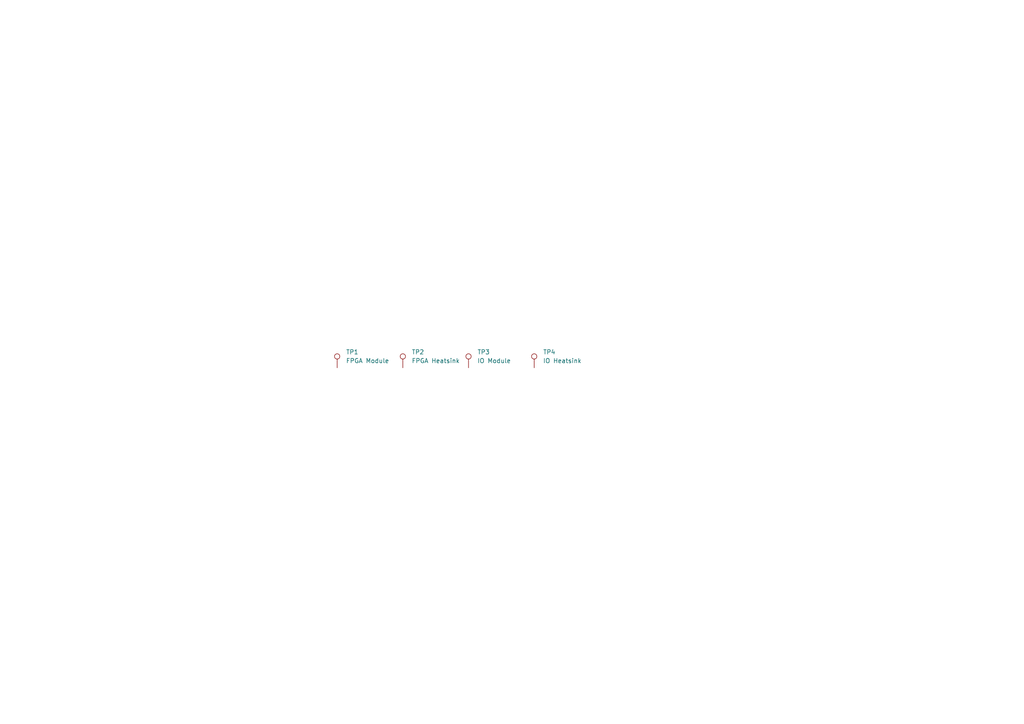
<source format=kicad_sch>
(kicad_sch (version 20231120) (generator "eeschema") (generator_version "8.0")
  (paper "A4")
  (lib_symbols
    (symbol "Connector:TestPoint" (pin_numbers hide) (pin_names (offset 0.762) hide)
      (property "Reference" "TP" (at 0 6.858 0))
      (property "Value" "TestPoint" (at 0 5.08 0))
      (symbol "TestPoint_0_1"
        (circle (center 0 3.302) (radius 0.762))
      )
      (symbol "TestPoint_1_1"
        (pin passive line (at 0 0 90) (length 2.54) (name "1") (number "1"))
      )
    )
  )
  (symbol (lib_id "Connector:TestPoint") (at 116.84 106.68 0) (unit 1)
    (property "Reference" "TP2" (at 119.38 102.1079 0) (effects (justify left)))
    (property "Value" "FPGA Heatsink" (at 119.38 104.6479 0) (effects (justify left)))
    (property "Footprint" "MountingHole:MountingHole_2.2mm_M2_Pad_Via" (effects (hide yes)))
    (property "Description" "test point" (effects (hide yes)))
  )
  (symbol (lib_id "Connector:TestPoint") (at 154.94 106.68 0) (unit 1)
    (property "Reference" "TP4" (at 157.48 102.1079 0) (effects (justify left)))
    (property "Value" "IO Heatsink" (at 157.48 104.6479 0) (effects (justify left)))
    (property "Footprint" "MountingHole:MountingHole_2.2mm_M2_Pad_Via" (effects (hide yes)))
    (property "Description" "test point" (effects (hide yes)))
  )
  (symbol (lib_id "Connector:TestPoint") (at 135.89 106.68 0) (unit 1)
    (property "Reference" "TP3" (at 138.43 102.1079 0) (effects (justify left)))
    (property "Value" "IO Module" (at 138.43 104.6479 0) (effects (justify left)))
    (property "Footprint" "MountingHole:MountingHole_2.2mm_M2_Pad_Via" (effects (hide yes)))
    (property "Description" "test point" (effects (hide yes)))
  )
  (symbol (lib_id "Connector:TestPoint") (at 97.79 106.68 0) (unit 1)
    (property "Reference" "TP1" (at 100.33 102.1079 0) (effects (justify left)))
    (property "Value" "FPGA Module" (at 100.33 104.6479 0) (effects (justify left)))
    (property "Footprint" "MountingHole:MountingHole_2.2mm_M2_Pad_Via" (effects (hide yes)))
    (property "Description" "test point" (effects (hide yes)))
  )
)
</source>
